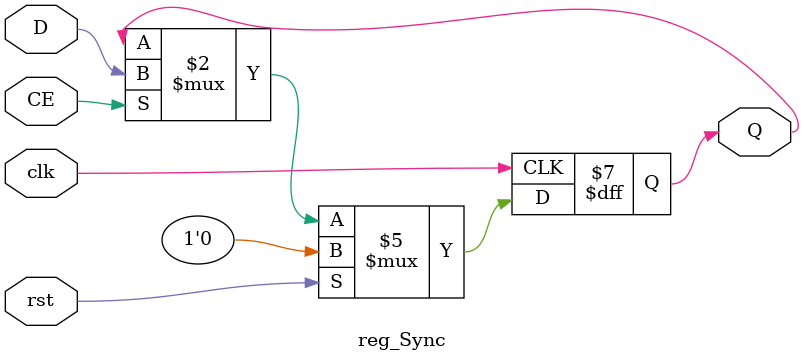
<source format=v>
module reg_Sync(clk, rst, CE, D, Q);
	parameter WIDTH = 1;
	input clk, rst, CE;
	input [WIDTH-1:0] D;
	output reg [WIDTH-1:0] Q;

	always @(posedge clk) begin
		if(rst) Q <= 0;
		else if(CE) Q <= D;
	end
endmodule
</source>
